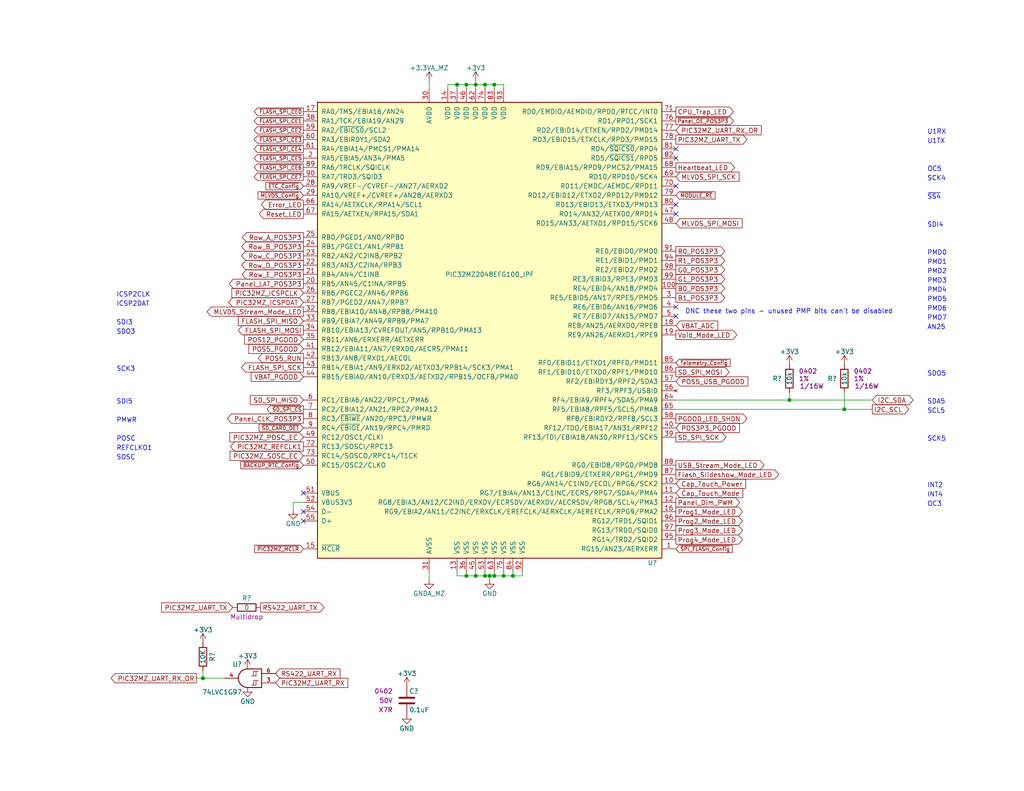
<source format=kicad_sch>
(kicad_sch (version 20211123) (generator eeschema)
  (paper "A")
  (lib_symbols
    (symbol "Custom_Library:+3.3VA_MZ" (power) (pin_names (offset 0))
      (property "Value" "+3.3VA_MZ" (at 0 3.556 0))
      (symbol "+3.3VA_MZ_0_1"
        (polyline (pts (xy -0.762 1.27) (xy 0 2.54)))
        (polyline (pts (xy 0 0) (xy 0 2.54)))
        (polyline (pts (xy 0 2.54) (xy 0.762 1.27)))
      )
      (symbol "+3.3VA_MZ_1_1"
        (pin power_in line (at 0 0 90) (length 0) hide (name "+3.3VA_MZ") (number "1"))
      )
    )
    (symbol "Custom_Library:74LVC1G97_Power_AND" (pin_names (offset 1.016) hide)
      (property "Reference" "U" (at 1.524 3.81 0))
      (property "Value" "74LVC1G97_Power_AND" (at 1.524 -3.81 0))
      (symbol "74LVC1G97_Power_AND_1_1"
        (arc (start 0 -2.54) (mid 2.54 0) (end 0 2.54) (stroke (width 0.254)))
        (polyline (pts (xy -2.286 -0.635) (xy -1.651 -0.635) (xy -1.651 -1.905)))
        (polyline (pts (xy -2.286 1.905) (xy -1.651 1.905) (xy -1.651 0.635)))
        (polyline (pts (xy -2.921 -0.635) (xy -2.286 -0.635) (xy -2.286 -1.905) (xy -1.016 -1.905)))
        (polyline (pts (xy -2.921 1.905) (xy -2.286 1.905) (xy -2.286 0.635) (xy -1.016 0.635)))
        (polyline (pts (xy 0 -2.54) (xy -3.81 -2.54) (xy -3.81 2.54) (xy 0 2.54)) (stroke (width 0.254)))
        (pin power_in line (at 0 -2.54 270) (length 0) (name "GND") (number "1"))
        (pin power_in line (at 0 -2.54 270) (length 0) (name "GND") (number "2"))
        (pin input line (at -7.62 -1.27 0) (length 3.81) (name "~") (number "3"))
        (pin output line (at 6.35 0 180) (length 3.81) (name "~") (number "4"))
        (pin power_in line (at 0 2.54 90) (length 0) (name "VCC") (number "5"))
        (pin input line (at -7.62 1.27 0) (length 3.81) (name "~") (number "6"))
      )
    )
    (symbol "Custom_Library:C_Custom" (pin_numbers hide) (pin_names (offset 0.254))
      (property "Reference" "C" (at 0.635 2.54 0))
      (property "Value" "C_Custom" (at 0.635 -2.54 0))
      (property "display_footprint" "Foot" (at -3.81 2.54 0))
      (property "Voltage" "V" (at -3.81 0 0))
      (property "Dielectric" "Er" (at -3.81 -2.54 0))
      (symbol "C_Custom_0_1"
        (polyline (pts (xy -2.032 -0.762) (xy 2.032 -0.762)) (stroke (width 0.508)))
        (polyline (pts (xy -2.032 0.762) (xy 2.032 0.762)) (stroke (width 0.508)))
      )
      (symbol "C_Custom_1_1"
        (pin passive line (at 0 3.81 270) (length 2.794) (name "~") (number "1"))
        (pin passive line (at 0 -3.81 90) (length 2.794) (name "~") (number "2"))
      )
    )
    (symbol "Custom_Library:GNDA_MZ" (power) (pin_names (offset 0))
      (property "Value" "GNDA_MZ" (at 0 -3.81 0))
      (symbol "GNDA_MZ_0_1"
        (polyline (pts (xy 0 0) (xy 0 -1.27) (xy 1.27 -1.27) (xy 0 -2.54) (xy -1.27 -1.27) (xy 0 -1.27)))
      )
      (symbol "GNDA_MZ_1_1"
        (pin power_in line (at 0 0 270) (length 0) hide (name "GNDA_MZ") (number "1"))
      )
    )
    (symbol "Custom_Library:PIC32MZ2048EFG100_IPF" (pin_names (offset 1.016))
      (property "Reference" "U" (at 45.72 -63.5 0))
      (property "Value" "PIC32MZ2048EFG100_IPF" (at 0 15.24 0))
      (symbol "PIC32MZ2048EFG100_IPF_0_1"
        (rectangle (start -46.99 62.23) (end 46.99 -62.23) (stroke (width 0.254)) (fill (type background)))
      )
      (symbol "PIC32MZ2048EFG100_IPF_1_1"
        (pin bidirectional line (at 50.8 -59.69 180) (length 3.81) (name "RG15/AN23/AERXERR") (number "1"))
        (pin bidirectional line (at 50.8 -41.91 180) (length 3.81) (name "RG6/AN14/C1IND/ECOL/RPG6/SCK2") (number "10"))
        (pin bidirectional line (at 50.8 11.43 180) (length 3.81) (name "RE4/EBID4/AN18/PMD4") (number "100"))
        (pin bidirectional line (at 50.8 -44.45 180) (length 3.81) (name "RG7/EBIA4/AN13/C1INC/ECRS/RPG7/SDA4/PMA4") (number "11"))
        (pin bidirectional line (at 50.8 -46.99 180) (length 3.81) (name "RG8/EBIA3/AN12/C2IND/ERXDV/ECRSDV/AERXDV/AECRSDV/RPG8/SCL4/PMA3") (number "12"))
        (pin power_in line (at -8.89 -66.04 90) (length 3.81) (name "VSS") (number "13"))
        (pin power_in line (at -11.43 66.04 270) (length 3.81) (name "VDD") (number "14"))
        (pin bidirectional line (at -50.8 -59.69 0) (length 3.81) (name "~{MCLR}") (number "15"))
        (pin bidirectional line (at 50.8 -49.53 180) (length 3.81) (name "RG9/EBIA2/AN11/C2INC/ERXCLK/EREFCLK/AERXCLK/AEREFCLK/RPG9/PMA2") (number "16"))
        (pin bidirectional line (at -50.8 59.69 0) (length 3.81) (name "RA0/TMS/EBIA16/AN24") (number "17"))
        (pin bidirectional line (at 50.8 1.27 180) (length 3.81) (name "RE8/AN25/AERXD0/RPE8") (number "18"))
        (pin bidirectional line (at 50.8 -1.27 180) (length 3.81) (name "RE9/AN26/AERXD1/RPE9") (number "19"))
        (pin bidirectional line (at -50.8 46.99 0) (length 3.81) (name "RA5/EBIA5/AN34/PMA5") (number "2"))
        (pin bidirectional line (at -50.8 12.7 0) (length 3.81) (name "RB5/AN45/C1INA/RPB5") (number "20"))
        (pin bidirectional line (at -50.8 15.24 0) (length 3.81) (name "RB4/AN4/C1INB") (number "21"))
        (pin bidirectional line (at -50.8 17.78 0) (length 3.81) (name "RB3/AN3/C2INA/RPB3") (number "22"))
        (pin bidirectional line (at -50.8 20.32 0) (length 3.81) (name "RB2/AN2/C2INB/RPB2") (number "23"))
        (pin bidirectional line (at -50.8 22.86 0) (length 3.81) (name "RB1/PGEC1/AN1/RPB1") (number "24"))
        (pin bidirectional line (at -50.8 25.4 0) (length 3.81) (name "RB0/PGED1/AN0/RPB0") (number "25"))
        (pin bidirectional line (at -50.8 10.16 0) (length 3.81) (name "RB6/PGEC2/AN46/RPB6") (number "26"))
        (pin bidirectional line (at -50.8 7.62 0) (length 3.81) (name "RB7/PGED2/AN47/RPB7") (number "27"))
        (pin bidirectional line (at -50.8 39.37 0) (length 3.81) (name "RA9/VREF-/CVREF-/AN27/AERXD2") (number "28"))
        (pin bidirectional line (at -50.8 36.83 0) (length 3.81) (name "RA10/VREF+/CVREF+/AN28/AERXD3") (number "29"))
        (pin bidirectional line (at 50.8 8.89 180) (length 3.81) (name "RE5/EBID5/AN17/RPE5/PMD5") (number "3"))
        (pin power_in line (at -16.51 66.04 270) (length 3.81) (name "AVDD") (number "30"))
        (pin power_in line (at -16.51 -66.04 90) (length 3.81) (name "AVSS") (number "31"))
        (pin bidirectional line (at -50.8 5.08 0) (length 3.81) (name "RB8/EBIA10/AN48/RPB8/PMA10") (number "32"))
        (pin bidirectional line (at -50.8 2.54 0) (length 3.81) (name "RB9/EBIA7/AN49/RPB9/PMA7") (number "33"))
        (pin bidirectional line (at -50.8 0 0) (length 3.81) (name "RB10/EBIA13/CVREFOUT/AN5/RPB10/PMA13") (number "34"))
        (pin bidirectional line (at -50.8 -2.54 0) (length 3.81) (name "RB11/AN6/ERXERR/AETXERR") (number "35"))
        (pin power_in line (at -6.35 -66.04 90) (length 3.81) (name "VSS") (number "36"))
        (pin power_in line (at -8.89 66.04 270) (length 3.81) (name "VDD") (number "37"))
        (pin bidirectional line (at -50.8 57.15 0) (length 3.81) (name "RA1/TCK/EBIA19/AN29") (number "38"))
        (pin bidirectional line (at 50.8 -29.21 180) (length 3.81) (name "RF13/TDI/EBIA18/AN30/RPF13/SCK5") (number "39"))
        (pin bidirectional line (at 50.8 6.35 180) (length 3.81) (name "RE6/EBID6/AN16/PMD6") (number "4"))
        (pin bidirectional line (at 50.8 -26.67 180) (length 3.81) (name "RF12/TDO/EBIA17/AN31/RPF12") (number "40"))
        (pin bidirectional line (at -50.8 -5.08 0) (length 3.81) (name "RB12/EBIA11/AN7/ERXD0/AECRS/PMA11") (number "41"))
        (pin bidirectional line (at -50.8 -7.62 0) (length 3.81) (name "RB13/AN8/ERXD1/AECOL") (number "42"))
        (pin bidirectional line (at -50.8 -10.16 0) (length 3.81) (name "RB14/EBIA1/AN9/ERXD2/AETXD3/RPB14/SCK3/PMA1") (number "43"))
        (pin bidirectional line (at -50.8 -12.7 0) (length 3.81) (name "RB15/EBIA0/AN10/ERXD3/AETXD2/RPB15/OCFB/PMA0") (number "44"))
        (pin power_in line (at -3.81 -66.04 90) (length 3.81) (name "VSS") (number "45"))
        (pin power_in line (at -6.35 66.04 270) (length 3.81) (name "VDD") (number "46"))
        (pin bidirectional line (at 50.8 31.75 180) (length 3.81) (name "RD14/AN32/AETXD0/RPD14") (number "47"))
        (pin bidirectional line (at 50.8 29.21 180) (length 3.81) (name "RD15/AN33/AETXD1/RPD15/SCK6") (number "48"))
        (pin bidirectional line (at -50.8 -29.21 0) (length 3.81) (name "RC12/OSC1/CLKI") (number "49"))
        (pin bidirectional line (at 50.8 3.81 180) (length 3.81) (name "RE7/EBID7/AN15/PMD7") (number "5"))
        (pin bidirectional line (at -50.8 -36.83 0) (length 3.81) (name "RC15/OSC2/CLKO") (number "50"))
        (pin power_in line (at -50.8 -44.45 0) (length 3.81) (name "VBUS") (number "51"))
        (pin power_in line (at -50.8 -46.99 0) (length 3.81) (name "VBUS3V3") (number "52"))
        (pin power_in line (at -1.27 -66.04 90) (length 3.81) (name "VSS") (number "53"))
        (pin input line (at -50.8 -49.53 0) (length 3.81) (name "D-") (number "54"))
        (pin input line (at -50.8 -52.07 0) (length 3.81) (name "D+") (number "55"))
        (pin no_connect line (at 50.8 -16.51 180) (length 3.81) (name "RF3/RPF3/USBID") (number "56"))
        (pin bidirectional line (at 50.8 -13.97 180) (length 3.81) (name "RF2/EBIRDY3/RPF2/SDA3") (number "57"))
        (pin bidirectional line (at 50.8 -24.13 180) (length 3.81) (name "RF8/EBIRDY2/RPF8/SCL3") (number "58"))
        (pin bidirectional line (at -50.8 54.61 0) (length 3.81) (name "RA2/~{EBICS0}/SCL2") (number "59"))
        (pin bidirectional line (at -50.8 -19.05 0) (length 3.81) (name "RC1/EBIA6/AN22/RPC1/PMA6") (number "6"))
        (pin bidirectional line (at -50.8 52.07 0) (length 3.81) (name "RA3/EBIRDY1/SDA2") (number "60"))
        (pin bidirectional line (at -50.8 49.53 0) (length 3.81) (name "RA4/EBIA14/PMCS1/PMA14") (number "61"))
        (pin power_in line (at -3.81 66.04 270) (length 3.81) (name "VDD") (number "62"))
        (pin power_in line (at 1.27 -66.04 90) (length 3.81) (name "VSS") (number "63"))
        (pin bidirectional line (at 50.8 -19.05 180) (length 3.81) (name "RF4/EBIA9/RPF4/SDA5/PMA9") (number "64"))
        (pin bidirectional line (at 50.8 -21.59 180) (length 3.81) (name "RF5/EBIA8/RPF5/SCL5/PMA8") (number "65"))
        (pin bidirectional line (at -50.8 34.29 0) (length 3.81) (name "RA14/AETXCLK/RPA14/SCL1") (number "66"))
        (pin bidirectional line (at -50.8 31.75 0) (length 3.81) (name "RA15/AETXEN/RPA15/SDA1") (number "67"))
        (pin bidirectional line (at 50.8 44.45 180) (length 3.81) (name "RD9/EBIA15/RPD9/PMCS2/PMA15") (number "68"))
        (pin bidirectional line (at 50.8 41.91 180) (length 3.81) (name "RD10/RPD10/SCK4") (number "69"))
        (pin bidirectional line (at -50.8 -21.59 0) (length 3.81) (name "RC2/EBIA12/AN21/RPC2/PMA12") (number "7"))
        (pin bidirectional line (at 50.8 39.37 180) (length 3.81) (name "RD11/EMDC/AEMDC/RPD11") (number "70"))
        (pin bidirectional line (at 50.8 59.69 180) (length 3.81) (name "RD0/EMDIO/AEMDIO/RPD0/RTCC/INT0") (number "71"))
        (pin bidirectional line (at -50.8 -31.75 0) (length 3.81) (name "RC13/SOSCI/RPC13") (number "72"))
        (pin bidirectional line (at -50.8 -34.29 0) (length 3.81) (name "RC14/SOSCO/RPC14/T1CK") (number "73"))
        (pin power_in line (at -1.27 66.04 270) (length 3.81) (name "VDD") (number "74"))
        (pin power_in line (at 3.81 -66.04 90) (length 3.81) (name "VSS") (number "75"))
        (pin bidirectional line (at 50.8 57.15 180) (length 3.81) (name "RD1/RPD1/SCK1") (number "76"))
        (pin bidirectional line (at 50.8 54.61 180) (length 3.81) (name "RD2/EBID14/ETXEN/RPD2/PMD14") (number "77"))
        (pin bidirectional line (at 50.8 52.07 180) (length 3.81) (name "RD3/EBID15/ETXCLK/RPD3/PMD15") (number "78"))
        (pin bidirectional line (at 50.8 36.83 180) (length 3.81) (name "RD12/EBID12/ETXD2/RPD12/PMD12") (number "79"))
        (pin bidirectional line (at -50.8 -24.13 0) (length 3.81) (name "RC3/~{EBIWE}/AN20/RPC3/PMWR") (number "8"))
        (pin bidirectional line (at 50.8 34.29 180) (length 3.81) (name "RD13/EBID13/ETXD3/PMD13") (number "80"))
        (pin bidirectional line (at 50.8 49.53 180) (length 3.81) (name "RD4/~{SQICS0}/RPD4") (number "81"))
        (pin bidirectional line (at 50.8 46.99 180) (length 3.81) (name "RD5/~{SQICS1}/RPD5") (number "82"))
        (pin power_in line (at 1.27 66.04 270) (length 3.81) (name "VDD") (number "83"))
        (pin power_in line (at 6.35 -66.04 90) (length 3.81) (name "VSS") (number "84"))
        (pin bidirectional line (at 50.8 -8.89 180) (length 3.81) (name "RF0/EBID11/ETXD1/RPF0/PMD11") (number "85"))
        (pin bidirectional line (at 50.8 -11.43 180) (length 3.81) (name "RF1/EBID10/ETXD0/RPF1/PMD10") (number "86"))
        (pin bidirectional line (at 50.8 -39.37 180) (length 3.81) (name "RG1/EBID9/ETXERR/RPG1/PMD9") (number "87"))
        (pin bidirectional line (at 50.8 -36.83 180) (length 3.81) (name "RG0/EBID8/RPG0/PMD8") (number "88"))
        (pin bidirectional line (at -50.8 44.45 0) (length 3.81) (name "RA6/TRCLK/SQICLK") (number "89"))
        (pin bidirectional line (at -50.8 -26.67 0) (length 3.81) (name "RC4/~{EBIOE}/AN19/RPC4/PMRD") (number "9"))
        (pin bidirectional line (at -50.8 41.91 0) (length 3.81) (name "RA7/TRD3/SQID3") (number "90"))
        (pin bidirectional line (at 50.8 21.59 180) (length 3.81) (name "RE0/EBID0/PMD0") (number "91"))
        (pin power_in line (at 8.89 -66.04 90) (length 3.81) (name "VSS") (number "92"))
        (pin power_in line (at 3.81 66.04 270) (length 3.81) (name "VDD") (number "93"))
        (pin bidirectional line (at 50.8 19.05 180) (length 3.81) (name "RE1/EBID1/PMD1") (number "94"))
        (pin bidirectional line (at 50.8 -57.15 180) (length 3.81) (name "RG14/TRD2/SQID2") (number "95"))
        (pin bidirectional line (at 50.8 -52.07 180) (length 3.81) (name "RG12/TRD1/SQID1") (number "96"))
        (pin bidirectional line (at 50.8 -54.61 180) (length 3.81) (name "RG13/TRD0/SQID0") (number "97"))
        (pin bidirectional line (at 50.8 16.51 180) (length 3.81) (name "RE2/EBID2/PMD2") (number "98"))
        (pin bidirectional line (at 50.8 13.97 180) (length 3.81) (name "RE3/EBID3/RPE3/PMD3") (number "99"))
      )
    )
    (symbol "Custom_Library:R_Custom" (pin_numbers hide) (pin_names (offset 1.016) hide)
      (property "Reference" "R" (at -2.54 0 90))
      (property "Value" "R_Custom" (at 0 0 90))
      (property "display_footprint" "Foot" (at 2.54 0 90))
      (property "Tolerance" "Tol" (at 5.08 0 90))
      (property "Wattage" "W" (at 7.62 0 90))
      (symbol "R_Custom_0_1"
        (rectangle (start 1.016 2.54) (end -1.016 -2.54) (stroke (width 0.254)))
      )
      (symbol "R_Custom_1_1"
        (pin passive line (at 0 3.81 270) (length 1.27) (name "1") (number "1"))
        (pin passive line (at 0 -3.81 90) (length 1.27) (name "2") (number "2"))
      )
    )
    (symbol "LED_Panel_Controller-rescue:+3.3V-power" (power) (pin_names (offset 0))
      (property "Value" "+3.3V-power" (at 0 3.556 0))
      (symbol "+3.3V-power_0_1"
        (polyline (pts (xy -0.762 1.27) (xy 0 2.54)))
        (polyline (pts (xy 0 0) (xy 0 2.54)))
        (polyline (pts (xy 0 2.54) (xy 0.762 1.27)))
      )
      (symbol "+3.3V-power_1_1"
        (pin power_in line (at 0 0 90) (length 0) hide (name "+3V3") (number "1"))
      )
    )
    (symbol "power:GND" (power) (pin_names (offset 0))
      (property "Value" "GND" (at 0 -3.81 0))
      (symbol "GND_0_1"
        (polyline (pts (xy 0 0) (xy 0 -1.27) (xy 1.27 -1.27) (xy 0 -2.54) (xy -1.27 -1.27) (xy 0 -1.27)))
      )
      (symbol "GND_1_1"
        (pin power_in line (at 0 0 270) (length 0) hide (name "GND") (number "1"))
      )
    )
  )
  (junction (at 127.254 23.114))
  (junction (at 129.794 23.114))
  (junction (at 124.714 23.114))
  (junction (at 132.334 23.114))
  (junction (at 129.794 157.226))
  (junction (at 215.392 109.22))
  (junction (at 137.414 157.226))
  (junction (at 55.372 185.166))
  (junction (at 134.874 23.114))
  (junction (at 132.334 157.226))
  (junction (at 230.378 111.76))
  (junction (at 139.954 157.226))
  (junction (at 127.254 157.226))
  (junction (at 134.874 157.226))
  (junction (at 133.604 157.226))
  (no_connect (at 82.804 134.62))
  (no_connect (at 184.404 86.36))
  (no_connect (at 184.404 43.18))
  (no_connect (at 184.404 40.64))
  (no_connect (at 82.804 142.24))
  (no_connect (at 184.404 83.82))
  (no_connect (at 184.404 50.8))
  (no_connect (at 82.804 139.7))
  (no_connect (at 184.404 55.88))
  (no_connect (at 184.404 58.42))
  (wire (pts (xy 132.334 157.226) (xy 129.794 157.226)))
  (wire (pts (xy 129.794 24.13) (xy 129.794 23.114)))
  (wire (pts (xy 127.254 24.13) (xy 127.254 23.114)))
  (wire (pts (xy 132.334 24.13) (xy 132.334 23.114)))
  (wire (pts (xy 134.874 157.226) (xy 133.604 157.226)))
  (wire (pts (xy 139.954 157.226) (xy 137.414 157.226)))
  (wire (pts (xy 124.714 157.226) (xy 124.714 156.21)))
  (wire (pts (xy 184.404 111.76) (xy 230.378 111.76)))
  (wire (pts (xy 137.414 24.13) (xy 137.414 23.114)))
  (wire (pts (xy 230.378 111.76) (xy 237.998 111.76)))
  (wire (pts (xy 127.254 156.21) (xy 127.254 157.226)))
  (wire (pts (xy 122.174 23.114) (xy 122.174 24.13)))
  (wire (pts (xy 184.404 109.22) (xy 215.392 109.22)))
  (wire (pts (xy 215.392 107.188) (xy 215.392 109.22)))
  (wire (pts (xy 139.954 157.226) (xy 142.494 157.226)))
  (wire (pts (xy 129.794 157.226) (xy 127.254 157.226)))
  (wire (pts (xy 133.604 157.226) (xy 132.334 157.226)))
  (wire (pts (xy 61.214 185.166) (xy 55.372 185.166)))
  (wire (pts (xy 127.254 23.114) (xy 124.714 23.114)))
  (wire (pts (xy 134.874 23.114) (xy 132.334 23.114)))
  (wire (pts (xy 129.794 22.098) (xy 129.794 23.114)))
  (wire (pts (xy 80.01 137.16) (xy 82.804 137.16)))
  (wire (pts (xy 139.954 156.21) (xy 139.954 157.226)))
  (wire (pts (xy 129.794 23.114) (xy 127.254 23.114)))
  (wire (pts (xy 137.414 157.226) (xy 134.874 157.226)))
  (wire (pts (xy 137.414 23.114) (xy 134.874 23.114)))
  (wire (pts (xy 117.094 158.242) (xy 117.094 156.21)))
  (wire (pts (xy 127.254 157.226) (xy 124.714 157.226)))
  (wire (pts (xy 55.372 185.166) (xy 53.594 185.166)))
  (wire (pts (xy 134.874 156.21) (xy 134.874 157.226)))
  (wire (pts (xy 55.372 183.134) (xy 55.372 185.166)))
  (wire (pts (xy 215.392 109.22) (xy 237.998 109.22)))
  (wire (pts (xy 133.604 157.226) (xy 133.604 158.242)))
  (wire (pts (xy 142.494 157.226) (xy 142.494 156.21)))
  (wire (pts (xy 124.714 24.13) (xy 124.714 23.114)))
  (wire (pts (xy 117.094 22.098) (xy 117.094 24.13)))
  (wire (pts (xy 132.334 23.114) (xy 129.794 23.114)))
  (wire (pts (xy 124.714 23.114) (xy 122.174 23.114)))
  (wire (pts (xy 132.334 156.21) (xy 132.334 157.226)))
  (wire (pts (xy 134.874 24.13) (xy 134.874 23.114)))
  (wire (pts (xy 137.414 156.21) (xy 137.414 157.226)))
  (wire (pts (xy 80.01 139.192) (xy 80.01 137.16)))
  (wire (pts (xy 230.378 107.188) (xy 230.378 111.76)))
  (wire (pts (xy 129.794 156.21) (xy 129.794 157.226)))
  (text "PMD0" (at 252.984 69.85 0) (effects (font (size 1.27 1.27)) (justify left bottom)))
  (text "~{SS4}" (at 252.984 54.61 0) (effects (font (size 1.27 1.27)) (justify left bottom)))
  (text "PMD1" (at 252.984 72.39 0) (effects (font (size 1.27 1.27)) (justify left bottom)))
  (text "SCK3" (at 31.75 101.6 0) (effects (font (size 1.27 1.27)) (justify left bottom)))
  (text "OC5" (at 252.984 46.99 0) (effects (font (size 1.27 1.27)) (justify left bottom)))
  (text "SDA5" (at 252.984 110.49 0) (effects (font (size 1.27 1.27)) (justify left bottom)))
  (text "SCK4" (at 252.984 49.53 0) (effects (font (size 1.27 1.27)) (justify left bottom)))
  (text "OC3" (at 252.984 138.43 0) (effects (font (size 1.27 1.27)) (justify left bottom)))
  (text "SDO3" (at 31.75 91.44 0) (effects (font (size 1.27 1.27)) (justify left bottom)))
  (text "DNC these two pins - unused PMP bits can't be disabled" (at 186.944 85.852 0) (effects (font (size 1.27 1.27)) (justify left bottom)))
  (text "PMD3" (at 252.984 77.47 0) (effects (font (size 1.27 1.27)) (justify left bottom)))
  (text "REFCLKO1" (at 31.75 123.19 0) (effects (font (size 1.27 1.27)) (justify left bottom)))
  (text "SCL5" (at 252.984 113.03 0) (effects (font (size 1.27 1.27)) (justify left bottom)))
  (text "SDI4" (at 252.984 62.23 0) (effects (font (size 1.27 1.27)) (justify left bottom)))
  (text "U1RX" (at 252.984 36.83 0) (effects (font (size 1.27 1.27)) (justify left bottom)))
  (text "AN25" (at 252.984 90.17 0) (effects (font (size 1.27 1.27)) (justify left bottom)))
  (text "INT2" (at 252.984 133.35 0) (effects (font (size 1.27 1.27)) (justify left bottom)))
  (text "U1TX" (at 252.984 39.37 0) (effects (font (size 1.27 1.27)) (justify left bottom)))
  (text "ICSP2CLK" (at 31.75 81.28 0) (effects (font (size 1.27 1.27)) (justify left bottom)))
  (text "PMD7" (at 252.984 87.63 0) (effects (font (size 1.27 1.27)) (justify left bottom)))
  (text "POSC" (at 31.75 120.65 0) (effects (font (size 1.27 1.27)) (justify left bottom)))
  (text "SOSC" (at 31.75 125.73 0) (effects (font (size 1.27 1.27)) (justify left bottom)))
  (text "INT4" (at 252.984 135.89 0) (effects (font (size 1.27 1.27)) (justify left bottom)))
  (text "PMWR" (at 31.75 115.57 0) (effects (font (size 1.27 1.27)) (justify left bottom)))
  (text "PMD4" (at 252.984 80.01 0) (effects (font (size 1.27 1.27)) (justify left bottom)))
  (text "PMD5" (at 252.984 82.55 0) (effects (font (size 1.27 1.27)) (justify left bottom)))
  (text "PMD6" (at 252.984 85.09 0) (effects (font (size 1.27 1.27)) (justify left bottom)))
  (text "SDO5" (at 252.984 102.87 0) (effects (font (size 1.27 1.27)) (justify left bottom)))
  (text "SCK5" (at 252.984 120.65 0) (effects (font (size 1.27 1.27)) (justify left bottom)))
  (text "SDI3" (at 31.75 88.9 0) (effects (font (size 1.27 1.27)) (justify left bottom)))
  (text "PMD2" (at 252.984 74.93 0) (effects (font (size 1.27 1.27)) (justify left bottom)))
  (text "ICSP2DAT" (at 31.75 83.82 0) (effects (font (size 1.27 1.27)) (justify left bottom)))
  (text "SDI5" (at 31.75 110.49 0) (effects (font (size 1.27 1.27)) (justify left bottom)))
  (global_label "USB_Stream_Mode_LED" (shape output) (at 184.404 127 0) (property "Intersheet References" "${INTERSHEET_REFS}" (effects hide)))
  (global_label "~{FLASH_SPI_CE1}" (shape output) (at 82.804 33.02 180) (effects (font (size 1.016 1.016))) (property "Intersheet References" "${INTERSHEET_REFS}" (effects hide)))
  (global_label "MLVDS_SPI_SCK" (shape input) (at 184.404 48.26 0) (property "Intersheet References" "${INTERSHEET_REFS}" (effects hide)))
  (global_label "POS12_PGOOD" (shape input) (at 82.804 92.71 180) (property "Intersheet References" "${INTERSHEET_REFS}" (effects hide)))
  (global_label "B0_POS3P3" (shape output) (at 184.404 78.74 0) (property "Intersheet References" "${INTERSHEET_REFS}" (effects hide)))
  (global_label "I2C_SCL" (shape output) (at 237.998 111.76 0) (property "Intersheet References" "${INTERSHEET_REFS}" (effects hide)))
  (global_label "~{FLASH_SPI_CE2}" (shape output) (at 82.804 35.56 180) (effects (font (size 1.016 1.016))) (property "Intersheet References" "${INTERSHEET_REFS}" (effects hide)))
  (global_label "~{FLASH_SPI_CE3}" (shape output) (at 82.804 38.1 180) (effects (font (size 1.016 1.016))) (property "Intersheet References" "${INTERSHEET_REFS}" (effects hide)))
  (global_label "PIC32MZ_UART_RX_OR" (shape output) (at 53.594 185.166 180) (property "Intersheet References" "${INTERSHEET_REFS}" (effects hide)))
  (global_label "Error_LED" (shape output) (at 82.804 55.88 180) (property "Intersheet References" "${INTERSHEET_REFS}" (effects hide)))
  (global_label "R1_POS3P3" (shape output) (at 184.404 71.12 0) (property "Intersheet References" "${INTERSHEET_REFS}" (effects hide)))
  (global_label "SD_SPI_MISO" (shape input) (at 82.804 109.22 180) (property "Intersheet References" "${INTERSHEET_REFS}" (effects hide)))
  (global_label "VBAT_ADC" (shape input) (at 184.404 88.9 0) (property "Intersheet References" "${INTERSHEET_REFS}" (effects hide)))
  (global_label "G1_POS3P3" (shape output) (at 184.404 76.2 0) (property "Intersheet References" "${INTERSHEET_REFS}" (effects hide)))
  (global_label "PIC32MZ_UART_TX" (shape input) (at 63.5 165.862 180) (property "Intersheet References" "${INTERSHEET_REFS}" (effects hide)))
  (global_label "PIC32MZ_ICSPDAT" (shape bidirectional) (at 82.804 82.55 180) (property "Intersheet References" "${INTERSHEET_REFS}" (effects hide)))
  (global_label "PIC32MZ_UART_RX" (shape input) (at 75.184 186.436 0) (property "Intersheet References" "${INTERSHEET_REFS}" (effects hide)))
  (global_label "PIC32MZ_UART_TX" (shape output) (at 184.404 38.1 0) (property "Intersheet References" "${INTERSHEET_REFS}" (effects hide)))
  (global_label "Prog4_Mode_LED" (shape output) (at 184.404 147.32 0) (property "Intersheet References" "${INTERSHEET_REFS}" (effects hide)))
  (global_label "POS5_USB_PGOOD" (shape input) (at 184.404 104.14 0) (property "Intersheet References" "${INTERSHEET_REFS}" (effects hide)))
  (global_label "R0_POS3P3" (shape output) (at 184.404 68.58 0) (property "Intersheet References" "${INTERSHEET_REFS}" (effects hide)))
  (global_label "Panel_CLK_POS3P3" (shape output) (at 82.804 114.3 180) (property "Intersheet References" "${INTERSHEET_REFS}" (effects hide)))
  (global_label "Prog2_Mode_LED" (shape output) (at 184.404 142.24 0) (property "Intersheet References" "${INTERSHEET_REFS}" (effects hide)))
  (global_label "FLASH_SPI_MOSI" (shape output) (at 82.804 90.17 180) (property "Intersheet References" "${INTERSHEET_REFS}" (effects hide)))
  (global_label "PIC32MZ_SOSC_EC" (shape input) (at 82.804 124.46 180) (property "Intersheet References" "${INTERSHEET_REFS}" (effects hide)))
  (global_label "Heartbeat_LED" (shape output) (at 184.404 45.72 0) (property "Intersheet References" "${INTERSHEET_REFS}" (effects hide)))
  (global_label "RS422_UART_RX" (shape input) (at 75.184 183.896 0) (property "Intersheet References" "${INTERSHEET_REFS}" (effects hide)))
  (global_label "MLVDS_SPI_MOSI" (shape input) (at 184.404 60.96 0) (property "Intersheet References" "${INTERSHEET_REFS}" (effects hide)))
  (global_label "SD_SPI_MOSI" (shape output) (at 184.404 101.6 0) (property "Intersheet References" "${INTERSHEET_REFS}" (effects hide)))
  (global_label "POS5_RUN" (shape output) (at 82.804 97.79 180) (property "Intersheet References" "${INTERSHEET_REFS}" (effects hide)))
  (global_label "RS422_UART_TX" (shape output) (at 71.12 165.862 0) (property "Intersheet References" "${INTERSHEET_REFS}" (effects hide)))
  (global_label "~{FLASH_SPI_CE5}" (shape output) (at 82.804 43.18 180) (effects (font (size 1.016 1.016))) (property "Intersheet References" "${INTERSHEET_REFS}" (effects hide)))
  (global_label "Row_E_POS3P3" (shape output) (at 82.804 74.93 180) (property "Intersheet References" "${INTERSHEET_REFS}" (effects hide)))
  (global_label "~{SPI_FLASH_Config}" (shape input) (at 184.404 149.86 0) (effects (font (size 1.016 1.016))) (property "Intersheet References" "${INTERSHEET_REFS}" (effects hide)))
  (global_label "POS3P3_PGOOD" (shape input) (at 184.404 116.84 0) (property "Intersheet References" "${INTERSHEET_REFS}" (effects hide)))
  (global_label "~{MLVDS_Config}" (shape input) (at 82.804 53.34 180) (effects (font (size 1.016 1.016))) (property "Intersheet References" "${INTERSHEET_REFS}" (effects hide)))
  (global_label "Cap_Touch_Mode" (shape input) (at 184.404 134.62 0) (property "Intersheet References" "${INTERSHEET_REFS}" (effects hide)))
  (global_label "Reset_LED" (shape output) (at 82.804 58.42 180) (property "Intersheet References" "${INTERSHEET_REFS}" (effects hide)))
  (global_label "~{MODULE_RE}" (shape input) (at 184.404 53.34 0) (effects (font (size 1.016 1.016))) (property "Intersheet References" "${INTERSHEET_REFS}" (effects hide)))
  (global_label "Panel_Dim_PWM" (shape output) (at 184.404 137.16 0) (property "Intersheet References" "${INTERSHEET_REFS}" (effects hide)))
  (global_label "~{Telemetry_Config}" (shape input) (at 184.404 99.06 0) (effects (font (size 1.016 1.016))) (property "Intersheet References" "${INTERSHEET_REFS}" (effects hide)))
  (global_label "~{BACKUP_RTC_Config}" (shape input) (at 82.804 127 180) (effects (font (size 1.016 1.016))) (property "Intersheet References" "${INTERSHEET_REFS}" (effects hide)))
  (global_label "I2C_SDA" (shape bidirectional) (at 237.998 109.22 0) (property "Intersheet References" "${INTERSHEET_REFS}" (effects hide)))
  (global_label "Cap_Touch_Power" (shape input) (at 184.404 132.08 0) (property "Intersheet References" "${INTERSHEET_REFS}" (effects hide)))
  (global_label "~{PIC32MZ_MCLR}" (shape input) (at 82.804 149.86 180) (effects (font (size 1.016 1.016))) (property "Intersheet References" "${INTERSHEET_REFS}" (effects hide)))
  (global_label "~{FLASH_SPI_CE4}" (shape output) (at 82.804 40.64 180) (effects (font (size 1.016 1.016))) (property "Intersheet References" "${INTERSHEET_REFS}" (effects hide)))
  (global_label "Prog3_Mode_LED" (shape output) (at 184.404 144.78 0) (property "Intersheet References" "${INTERSHEET_REFS}" (effects hide)))
  (global_label "Prog1_Mode_LED" (shape output) (at 184.404 139.7 0) (property "Intersheet References" "${INTERSHEET_REFS}" (effects hide)))
  (global_label "Row_C_POS3P3" (shape output) (at 82.804 69.85 180) (property "Intersheet References" "${INTERSHEET_REFS}" (effects hide)))
  (global_label "~{SD_CARD_DET}" (shape input) (at 82.804 116.84 180) (effects (font (size 1.016 1.016))) (property "Intersheet References" "${INTERSHEET_REFS}" (effects hide)))
  (global_label "Row_B_POS3P3" (shape output) (at 82.804 67.31 180) (property "Intersheet References" "${INTERSHEET_REFS}" (effects hide)))
  (global_label "PIC32MZ_ICSPCLK" (shape input) (at 82.804 80.01 180) (property "Intersheet References" "${INTERSHEET_REFS}" (effects hide)))
  (global_label "PIC32MZ_UART_RX_OR" (shape input) (at 184.404 35.56 0) (property "Intersheet References" "${INTERSHEET_REFS}" (effects hide)))
  (global_label "~{ETC_Config}" (shape input) (at 82.804 50.8 180) (effects (font (size 1.016 1.016))) (property "Intersheet References" "${INTERSHEET_REFS}" (effects hide)))
  (global_label "PIC32MZ_REFCLK1" (shape output) (at 82.804 121.92 180) (property "Intersheet References" "${INTERSHEET_REFS}" (effects hide)))
  (global_label "MLVDS_Stream_Mode_LED" (shape output) (at 82.804 85.09 180) (property "Intersheet References" "${INTERSHEET_REFS}" (effects hide)))
  (global_label "PGOOD_LED_SHDN" (shape output) (at 184.404 114.3 0) (property "Intersheet References" "${INTERSHEET_REFS}" (effects hide)))
  (global_label "~{SD_SPI_CS}" (shape output) (at 82.804 111.76 180) (effects (font (size 1.016 1.016))) (property "Intersheet References" "${INTERSHEET_REFS}" (effects hide)))
  (global_label "FLASH_SPI_MISO" (shape input) (at 82.804 87.63 180) (property "Intersheet References" "${INTERSHEET_REFS}" (effects hide)))
  (global_label "~{FLASH_SPI_CE6}" (shape output) (at 82.804 45.72 180) (effects (font (size 1.016 1.016))) (property "Intersheet References" "${INTERSHEET_REFS}" (effects hide)))
  (global_label "Row_A_POS3P3" (shape output) (at 82.804 64.77 180) (property "Intersheet References" "${INTERSHEET_REFS}" (effects hide)))
  (global_label "POS5_PGOOD" (shape input) (at 82.804 95.25 180) (property "Intersheet References" "${INTERSHEET_REFS}" (effects hide)))
  (global_label "CPU_Trap_LED" (shape output) (at 184.404 30.48 0) (property "Intersheet References" "${INTERSHEET_REFS}" (effects hide)))
  (global_label "Row_D_POS3P3" (shape output) (at 82.804 72.39 180) (property "Intersheet References" "${INTERSHEET_REFS}" (effects hide)))
  (global_label "Panel_LAT_POS3P3" (shape output) (at 82.804 77.47 180) (property "Intersheet References" "${INTERSHEET_REFS}" (effects hide)))
  (global_label "SD_SPI_SCK" (shape output) (at 184.404 119.38 0) (property "Intersheet References" "${INTERSHEET_REFS}" (effects hide)))
  (global_label "G0_POS3P3" (shape output) (at 184.404 73.66 0) (property "Intersheet References" "${INTERSHEET_REFS}" (effects hide)))
  (global_label "B1_POS3P3" (shape output) (at 184.404 81.28 0) (property "Intersheet References" "${INTERSHEET_REFS}" (effects hide)))
  (global_label "PIC32MZ_POSC_EC" (shape input) (at 82.804 119.38 180) (property "Intersheet References" "${INTERSHEET_REFS}" (effects hide)))
  (global_label "~{FLASH_SPI_CE7}" (shape output) (at 82.804 48.26 180) (effects (font (size 1.016 1.016))) (property "Intersheet References" "${INTERSHEET_REFS}" (effects hide)))
  (global_label "VBAT_PGOOD" (shape input) (at 82.804 102.87 180) (property "Intersheet References" "${INTERSHEET_REFS}" (effects hide)))
  (global_label "FLASH_SPI_SCK" (shape output) (at 82.804 100.33 180) (property "Intersheet References" "${INTERSHEET_REFS}" (effects hide)))
  (global_label "~{Panel_OE_POS3P3}" (shape output) (at 184.404 33.02 0) (effects (font (size 1.016 1.016))) (property "Intersheet References" "${INTERSHEET_REFS}" (effects hide)))
  (global_label "Void_Mode_LED" (shape output) (at 184.404 91.44 0) (property "Intersheet References" "${INTERSHEET_REFS}" (effects hide)))
  (global_label "~{FLASH_SPI_CE0}" (shape output) (at 82.804 30.48 180) (effects (font (size 1.016 1.016))) (property "Intersheet References" "${INTERSHEET_REFS}" (effects hide)))
  (global_label "Flash_Slideshow_Mode_LED" (shape output) (at 184.404 129.54 0) (property "Intersheet References" "${INTERSHEET_REFS}" (effects hide)))
  (symbol (lib_id "power:GND") (at 133.604 158.242 0) (unit 1)
    (property "Reference" "#PWR?" (effects hide))
    (property "Value" "GND" (at 133.604 162.052 0))
  )
  (symbol (lib_id "Custom_Library:R_Custom") (at 230.378 103.378 0) (unit 1)
    (property "Reference" "R?" (at 228.346 103.378 0) (effects (justify right)))
    (property "Value" "10k" (at 230.378 103.378 90))
    (property "Footprint" "Resistors_SMD:R_0402" (effects hide))
    (property "display_footprint" "0402" (at 232.918 101.346 0) (effects (justify left)))
    (property "Tolerance" "1%" (at 232.918 103.378 0) (effects (justify left)))
    (property "Wattage" "1/16W" (at 233.172 105.41 0) (effects (justify left)))
    (property "Digi-Key PN" "RMCF0402FT10K0CT-ND" (effects hide))
  )
  (symbol (lib_id "LED_Panel_Controller-rescue:+3.3V-power") (at 110.998 187.452 0) (unit 1)
    (property "Reference" "#PWR?" (effects hide))
    (property "Value" "+3.3V" (at 110.998 183.896 0))
  )
  (symbol (lib_id "power:GND") (at 80.01 139.192 0) (unit 1)
    (property "Reference" "#PWR?" (effects hide))
    (property "Value" "GND" (at 80.01 143.002 0))
  )
  (symbol (lib_id "Custom_Library:GNDA_MZ") (at 117.094 158.242 0) (unit 1)
    (property "Reference" "#PWR?" (effects hide))
    (property "Value" "GNDA_MZ" (at 117.094 162.052 0))
  )
  (symbol (lib_id "Custom_Library:PIC32MZ2048EFG100_IPF") (at 133.604 90.17 0) (unit 1)
    (property "Reference" "U?" (at 179.324 153.67 0) (effects (justify right)))
    (property "Value" "PIC32MZ2048EFG100_IPF" (at 133.604 74.93 0))
    (property "Footprint" "Housings_QFP:TQFP-100_14x14mm_Pitch0.5mm" (effects hide))
    (property "Datasheet" "http://ww1.microchip.com/downloads/en/DeviceDoc/60001320E.pdf" (effects hide))
    (property "Digi-Key PN" "PIC32MZ2048EFG100-I/PF-ND" (effects hide))
  )
  (symbol (lib_id "Custom_Library:R_Custom") (at 55.372 179.324 0) (mirror y) (unit 1)
    (property "Reference" "R?" (at 57.912 179.324 90))
    (property "Value" "10K" (at 55.372 179.324 90))
    (property "Footprint" "Resistors_SMD:R_0402" (effects hide))
    (property "display_footprint" "0402" (effects hide))
    (property "Tolerance" "1%" (effects hide))
    (property "Wattage" "1/16W" (effects hide))
    (property "Digi-Key PN" "RMCF0402FT10K0CT-ND" (effects hide))
  )
  (symbol (lib_id "Custom_Library:+3.3VA_MZ") (at 117.094 22.098 0) (unit 1)
    (property "Reference" "#PWR?" (effects hide))
    (property "Value" "+3.3VA_MZ" (at 117.094 18.542 0))
  )
  (symbol (lib_id "LED_Panel_Controller-rescue:+3.3V-power") (at 215.392 99.568 0) (unit 1)
    (property "Reference" "#PWR?" (effects hide))
    (property "Value" "+3.3V" (at 215.392 96.012 0))
  )
  (symbol (lib_id "Custom_Library:C_Custom") (at 110.998 191.262 0) (unit 1)
    (property "Reference" "C?" (at 111.633 188.722 0) (effects (justify left)))
    (property "Value" "0.1uF" (at 111.633 193.802 0) (effects (justify left)))
    (property "Footprint" "Capacitors_SMD:C_0402" (effects hide))
    (property "display_footprint" "0402" (at 107.188 188.722 0) (effects (justify right)))
    (property "Voltage" "50V" (at 107.188 191.262 0) (effects (justify right)))
    (property "Dielectric" "X7R" (at 107.188 193.802 0) (effects (justify right)))
    (property "Digi-Key PN" "490-10698-1-ND" (effects hide))
  )
  (symbol (lib_id "LED_Panel_Controller-rescue:+3.3V-power") (at 129.794 22.098 0) (unit 1)
    (property "Reference" "#PWR?" (effects hide))
    (property "Value" "+3.3V" (at 129.794 18.542 0))
  )
  (symbol (lib_id "LED_Panel_Controller-rescue:+3.3V-power") (at 55.372 175.514 0) (unit 1)
    (property "Reference" "#PWR?" (effects hide))
    (property "Value" "+3.3V" (at 55.372 171.958 0))
  )
  (symbol (lib_id "LED_Panel_Controller-rescue:+3.3V-power") (at 67.564 182.626 0) (unit 1)
    (property "Reference" "#PWR?" (effects hide))
    (property "Value" "+3.3V" (at 67.564 179.07 0))
  )
  (symbol (lib_id "power:GND") (at 110.998 195.072 0) (unit 1)
    (property "Reference" "#PWR?" (effects hide))
    (property "Value" "GND" (at 110.998 198.882 0))
  )
  (symbol (lib_id "LED_Panel_Controller-rescue:+3.3V-power") (at 230.378 99.568 0) (unit 1)
    (property "Reference" "#PWR?" (effects hide))
    (property "Value" "+3.3V" (at 230.378 96.012 0))
  )
  (symbol (lib_id "Custom_Library:74LVC1G97_Power_AND") (at 67.564 185.166 0) (mirror y) (unit 1)
    (property "Reference" "U?" (at 66.04 181.356 0) (effects (justify left)))
    (property "Value" "74LVC1G97" (at 66.04 188.976 0) (effects (justify left)))
    (property "Footprint" "Package_TO_SOT_SMD:SOT-363_SC-70-6" (effects hide))
    (property "Datasheet" "http://www.ti.com/lit/ds/symlink/sn74lvc1g97.pdf" (effects hide))
    (property "Digi-Key PN" "1727-1772-1-ND" (effects hide))
  )
  (symbol (lib_id "Custom_Library:R_Custom") (at 215.392 103.378 0) (unit 1)
    (property "Reference" "R?" (at 213.36 103.378 0) (effects (justify right)))
    (property "Value" "10k" (at 215.392 103.378 90))
    (property "Footprint" "Resistors_SMD:R_0402" (effects hide))
    (property "display_footprint" "0402" (at 217.932 101.346 0) (effects (justify left)))
    (property "Tolerance" "1%" (at 217.932 103.378 0) (effects (justify left)))
    (property "Wattage" "1/16W" (at 218.186 105.41 0) (effects (justify left)))
    (property "Digi-Key PN" "RMCF0402FT10K0CT-ND" (effects hide))
  )
  (symbol (lib_id "power:GND") (at 67.564 187.706 0) (unit 1)
    (property "Reference" "#PWR?" (effects hide))
    (property "Value" "GND" (at 67.564 191.516 0))
  )
  (symbol (lib_id "Custom_Library:R_Custom") (at 67.31 165.862 90) (mirror x) (unit 1)
    (property "Reference" "R?" (at 67.31 163.322 90))
    (property "Value" "0" (at 67.31 165.862 90))
    (property "Footprint" "Resistors_SMD:R_0402" (effects hide))
    (property "display_footprint" "0402" (effects hide))
    (property "Tolerance" "1%" (effects hide))
    (property "Wattage" "1/16W" (effects hide))
    (property "Configuration" "Multidrop" (at 67.31 168.402 90))
    (property "Digi-Key PN" "RMCF0402ZT0R00CT-ND" (effects hide))
  )
)
</source>
